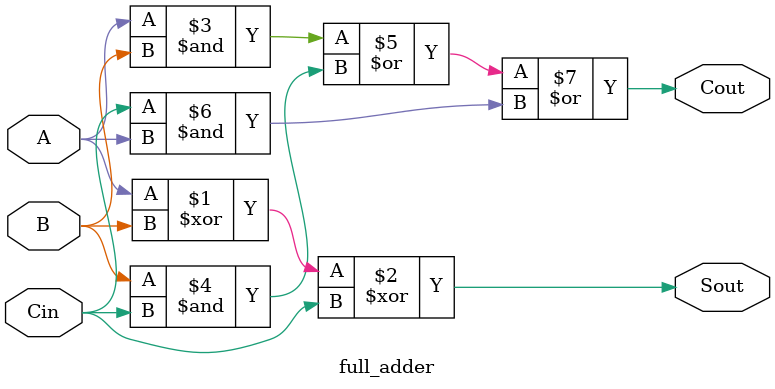
<source format=v>
`timescale 1ns / 1ps


module full_adder(Sout,Cout,A,B,Cin);
input A,B,Cin;
output Sout,Cout;
assign Sout= A^B^Cin;
assign Cout= A&B|B&Cin|Cin&A;

endmodule

</source>
